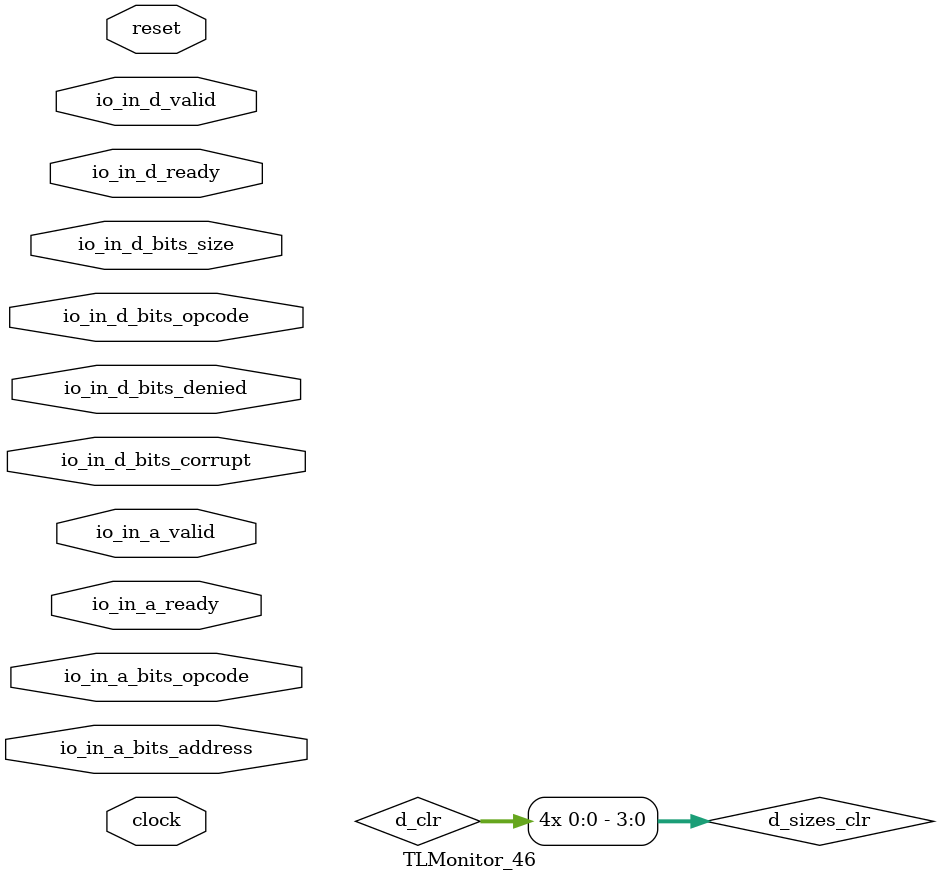
<source format=sv>

`ifndef STOP_COND_
  `ifdef STOP_COND
    `define STOP_COND_ (`STOP_COND)
  `else  // STOP_COND
    `define STOP_COND_ 1
  `endif // STOP_COND
`endif // not def STOP_COND_

// Users can define 'ASSERT_VERBOSE_COND' to add an extra gate to assert error printing.
`ifndef ASSERT_VERBOSE_COND_
  `ifdef ASSERT_VERBOSE_COND
    `define ASSERT_VERBOSE_COND_ (`ASSERT_VERBOSE_COND)
  `else  // ASSERT_VERBOSE_COND
    `define ASSERT_VERBOSE_COND_ 1
  `endif // ASSERT_VERBOSE_COND
`endif // not def ASSERT_VERBOSE_COND_

// Include register initializers in init blocks unless synthesis is set
`ifndef RANDOMIZE
  `ifdef RANDOMIZE_REG_INIT
    `define RANDOMIZE
  `endif // RANDOMIZE_REG_INIT
`endif // not def RANDOMIZE
`ifndef SYNTHESIS
  `ifndef ENABLE_INITIAL_REG_
    `define ENABLE_INITIAL_REG_
  `endif // not def ENABLE_INITIAL_REG_
`endif // not def SYNTHESIS

// Standard header to adapt well known macros for register randomization.

// RANDOM may be set to an expression that produces a 32-bit random unsigned value.
`ifndef RANDOM
  `define RANDOM $random
`endif // not def RANDOM

// Users can define INIT_RANDOM as general code that gets injected into the
// initializer block for modules with registers.
`ifndef INIT_RANDOM
  `define INIT_RANDOM
`endif // not def INIT_RANDOM

// If using random initialization, you can also define RANDOMIZE_DELAY to
// customize the delay used, otherwise 0.002 is used.
`ifndef RANDOMIZE_DELAY
  `define RANDOMIZE_DELAY 0.002
`endif // not def RANDOMIZE_DELAY

// Define INIT_RANDOM_PROLOG_ for use in our modules below.
`ifndef INIT_RANDOM_PROLOG_
  `ifdef RANDOMIZE
    `ifdef VERILATOR
      `define INIT_RANDOM_PROLOG_ `INIT_RANDOM
    `else  // VERILATOR
      `define INIT_RANDOM_PROLOG_ `INIT_RANDOM #`RANDOMIZE_DELAY begin end
    `endif // VERILATOR
  `else  // RANDOMIZE
    `define INIT_RANDOM_PROLOG_
  `endif // RANDOMIZE
`endif // not def INIT_RANDOM_PROLOG_
module TLMonitor_46(	// @[generators/rocket-chip/src/main/scala/tilelink/Monitor.scala:36:7]
  input         clock,	// @[generators/rocket-chip/src/main/scala/tilelink/Monitor.scala:36:7]
  input         reset,	// @[generators/rocket-chip/src/main/scala/tilelink/Monitor.scala:36:7]
  input         io_in_a_ready,	// @[generators/rocket-chip/src/main/scala/tilelink/Monitor.scala:20:14]
  input         io_in_a_valid,	// @[generators/rocket-chip/src/main/scala/tilelink/Monitor.scala:20:14]
  input [2:0]   io_in_a_bits_opcode,	// @[generators/rocket-chip/src/main/scala/tilelink/Monitor.scala:20:14]
  input [127:0] io_in_a_bits_address,	// @[generators/rocket-chip/src/main/scala/tilelink/Monitor.scala:20:14]
  input         io_in_d_ready,	// @[generators/rocket-chip/src/main/scala/tilelink/Monitor.scala:20:14]
  input         io_in_d_valid,	// @[generators/rocket-chip/src/main/scala/tilelink/Monitor.scala:20:14]
  input [2:0]   io_in_d_bits_opcode,	// @[generators/rocket-chip/src/main/scala/tilelink/Monitor.scala:20:14]
  input [1:0]   io_in_d_bits_size,	// @[generators/rocket-chip/src/main/scala/tilelink/Monitor.scala:20:14]
  input         io_in_d_bits_denied,	// @[generators/rocket-chip/src/main/scala/tilelink/Monitor.scala:20:14]
  input         io_in_d_bits_corrupt	// @[generators/rocket-chip/src/main/scala/tilelink/Monitor.scala:20:14]
);

  wire [31:0]  _plusarg_reader_1_out;	// @[generators/rocket-chip/src/main/scala/util/PlusArg.scala:80:11]
  wire [31:0]  _plusarg_reader_out;	// @[generators/rocket-chip/src/main/scala/util/PlusArg.scala:80:11]
  wire         a_first_done = io_in_a_ready & io_in_a_valid;	// @[src/main/scala/chisel3/util/Decoupled.scala:51:35]
  reg          a_first_counter;	// @[generators/rocket-chip/src/main/scala/tilelink/Edges.scala:229:27]
  reg  [2:0]   opcode;	// @[generators/rocket-chip/src/main/scala/tilelink/Monitor.scala:387:22]
  reg  [127:0] address;	// @[generators/rocket-chip/src/main/scala/tilelink/Monitor.scala:391:22]
  reg          d_first_counter;	// @[generators/rocket-chip/src/main/scala/tilelink/Edges.scala:229:27]
  reg  [2:0]   opcode_1;	// @[generators/rocket-chip/src/main/scala/tilelink/Monitor.scala:538:22]
  reg  [1:0]   size_1;	// @[generators/rocket-chip/src/main/scala/tilelink/Monitor.scala:540:22]
  reg          denied;	// @[generators/rocket-chip/src/main/scala/tilelink/Monitor.scala:543:22]
  reg  [1:0]   inflight;	// @[generators/rocket-chip/src/main/scala/tilelink/Monitor.scala:614:27]
  reg  [3:0]   inflight_opcodes;	// @[generators/rocket-chip/src/main/scala/tilelink/Monitor.scala:616:35]
  reg  [3:0]   inflight_sizes;	// @[generators/rocket-chip/src/main/scala/tilelink/Monitor.scala:618:33]
  reg          a_first_counter_1;	// @[generators/rocket-chip/src/main/scala/tilelink/Edges.scala:229:27]
  reg          d_first_counter_1;	// @[generators/rocket-chip/src/main/scala/tilelink/Edges.scala:229:27]
  wire         a_set = a_first_done & ~a_first_counter_1;	// @[generators/rocket-chip/src/main/scala/tilelink/Edges.scala:229:27, :231:25, generators/rocket-chip/src/main/scala/tilelink/Monitor.scala:655:25, src/main/scala/chisel3/util/Decoupled.scala:51:35]
  wire         d_release_ack = io_in_d_bits_opcode == 3'h6;	// @[generators/rocket-chip/src/main/scala/tilelink/Monitor.scala:36:7, :673:46]
  wire         _GEN = io_in_d_bits_opcode != 3'h6;	// @[generators/rocket-chip/src/main/scala/tilelink/Monitor.scala:36:7, :673:46, :674:74]
  reg  [31:0]  watchdog;	// @[generators/rocket-chip/src/main/scala/tilelink/Monitor.scala:709:27]
  reg  [1:0]   inflight_1;	// @[generators/rocket-chip/src/main/scala/tilelink/Monitor.scala:726:35]
  reg  [3:0]   inflight_sizes_1;	// @[generators/rocket-chip/src/main/scala/tilelink/Monitor.scala:728:35]
  reg          d_first_counter_2;	// @[generators/rocket-chip/src/main/scala/tilelink/Edges.scala:229:27]
  reg  [31:0]  watchdog_1;	// @[generators/rocket-chip/src/main/scala/tilelink/Monitor.scala:818:27]
  `ifndef SYNTHESIS	// @[generators/rocket-chip/src/main/scala/tilelink/Monitor.scala:45:11]
    wire [7:0][2:0] _GEN_0 = '{3'h4, 3'h5, 3'h2, 3'h1, 3'h1, 3'h1, 3'h0, 3'h0};
    wire [7:0][2:0] _GEN_1 = '{3'h4, 3'h4, 3'h2, 3'h1, 3'h1, 3'h1, 3'h0, 3'h0};
    wire            _GEN_2 = io_in_a_valid & io_in_a_bits_opcode == 3'h6 & ~reset;	// @[generators/rocket-chip/src/main/scala/tilelink/Monitor.scala:36:7, :45:11, :84:{25,54}]
    wire            _GEN_3 = io_in_a_valid & (&io_in_a_bits_opcode) & ~reset;	// @[generators/rocket-chip/src/main/scala/tilelink/Monitor.scala:45:11, :95:{25,53}]
    wire            _GEN_4 = io_in_a_valid & io_in_a_bits_opcode == 3'h1 & ~reset;	// @[generators/rocket-chip/src/main/scala/tilelink/Monitor.scala:36:7, :45:11, :125:{25,56}]
    wire            _GEN_5 = io_in_a_valid & io_in_a_bits_opcode == 3'h2 & ~reset;	// @[generators/rocket-chip/src/main/scala/tilelink/Monitor.scala:36:7, :45:11, :133:{25,56}]
    wire            _GEN_6 = io_in_a_valid & io_in_a_bits_opcode == 3'h3 & ~reset;	// @[generators/rocket-chip/src/main/scala/tilelink/Monitor.scala:36:7, :45:11, :141:{25,53}]
    wire            _GEN_7 = io_in_a_valid & io_in_a_bits_opcode == 3'h5 & ~reset;	// @[generators/rocket-chip/src/main/scala/tilelink/Monitor.scala:36:7, :45:11, :149:{25,46}]
    wire            _GEN_8 = io_in_d_valid & io_in_d_bits_opcode == 3'h6 & ~reset;	// @[generators/rocket-chip/src/main/scala/tilelink/Monitor.scala:36:7, :45:11, :52:11, :313:{25,52}]
    wire            _GEN_9 = io_in_d_valid & io_in_d_bits_opcode == 3'h4 & ~reset;	// @[generators/rocket-chip/src/main/scala/tilelink/Monitor.scala:36:7, :45:11, :52:11, :321:{25,47}]
    wire            _GEN_10 = io_in_d_valid & io_in_d_bits_opcode == 3'h5 & ~reset;	// @[generators/rocket-chip/src/main/scala/tilelink/Monitor.scala:36:7, :45:11, :52:11, :331:{25,51}]
    wire            _GEN_11 = ~io_in_d_bits_denied | io_in_d_bits_corrupt;	// @[generators/rocket-chip/src/main/scala/tilelink/Monitor.scala:337:{15,30}]
    wire            _GEN_12 = io_in_a_valid & a_first_counter & ~reset;	// @[generators/rocket-chip/src/main/scala/tilelink/Edges.scala:229:27, generators/rocket-chip/src/main/scala/tilelink/Monitor.scala:45:11, :392:19]
    wire            _GEN_13 = io_in_d_valid & d_first_counter & ~reset;	// @[generators/rocket-chip/src/main/scala/tilelink/Edges.scala:229:27, generators/rocket-chip/src/main/scala/tilelink/Monitor.scala:45:11, :52:11, :544:19]
    wire            _same_cycle_resp_T_1 = io_in_a_valid & ~a_first_counter_1;	// @[generators/rocket-chip/src/main/scala/tilelink/Edges.scala:229:27, :231:25, generators/rocket-chip/src/main/scala/tilelink/Monitor.scala:651:26]
    wire            _GEN_14 = io_in_d_valid & ~d_first_counter_1;	// @[generators/rocket-chip/src/main/scala/tilelink/Edges.scala:229:27, :231:25, generators/rocket-chip/src/main/scala/tilelink/Monitor.scala:674:26]
    wire            _GEN_15 = _GEN_14 & _GEN;	// @[generators/rocket-chip/src/main/scala/tilelink/Monitor.scala:673:46, :674:{26,74}, :683:71]
    wire            _GEN_16 = _GEN_15 & _same_cycle_resp_T_1 & ~reset;	// @[generators/rocket-chip/src/main/scala/tilelink/Monitor.scala:45:11, :52:11, :651:26, :683:71, :687:30]
    wire            _GEN_17 = _GEN_15 & ~_same_cycle_resp_T_1 & ~reset;	// @[generators/rocket-chip/src/main/scala/tilelink/Monitor.scala:45:11, :52:11, :651:26, :683:71, :687:30]
    wire [3:0]      _GEN_18 = {2'h0, io_in_d_bits_size};	// @[generators/rocket-chip/src/main/scala/tilelink/Monitor.scala:52:11, :694:36]
    wire            _GEN_19 = io_in_d_valid & ~d_first_counter_2 & d_release_ack & ~reset;	// @[generators/rocket-chip/src/main/scala/tilelink/Edges.scala:229:27, :231:25, generators/rocket-chip/src/main/scala/tilelink/Monitor.scala:45:11, :52:11, :673:46, :784:26, :794:71]
    always @(posedge clock) begin	// @[generators/rocket-chip/src/main/scala/tilelink/Monitor.scala:45:11]
      if (_GEN_2) begin	// @[generators/rocket-chip/src/main/scala/tilelink/Monitor.scala:45:11, :84:54]
        if (`ASSERT_VERBOSE_COND_)	// @[generators/rocket-chip/src/main/scala/tilelink/Monitor.scala:45:11]
          $error("Assertion failed: 'A' channel carries AcquireBlock type which is unexpected using diplomatic parameters (connected at generators/rocket-chip/src/main/scala/devices/tilelink/BusBypass.scala:33:14)\n    at Monitor.scala:45 assert(cond, message)\n");	// @[generators/rocket-chip/src/main/scala/tilelink/Monitor.scala:45:11]
        if (`STOP_COND_)	// @[generators/rocket-chip/src/main/scala/tilelink/Monitor.scala:45:11]
          $fatal;	// @[generators/rocket-chip/src/main/scala/tilelink/Monitor.scala:45:11]
        if (`ASSERT_VERBOSE_COND_)	// @[generators/rocket-chip/src/main/scala/tilelink/Monitor.scala:45:11]
          $error("Assertion failed: 'A' channel carries AcquireBlock from a client which does not support Probe (connected at generators/rocket-chip/src/main/scala/devices/tilelink/BusBypass.scala:33:14)\n    at Monitor.scala:45 assert(cond, message)\n");	// @[generators/rocket-chip/src/main/scala/tilelink/Monitor.scala:45:11]
        if (`STOP_COND_)	// @[generators/rocket-chip/src/main/scala/tilelink/Monitor.scala:45:11]
          $fatal;	// @[generators/rocket-chip/src/main/scala/tilelink/Monitor.scala:45:11]
      end
      if (_GEN_2 & (|(io_in_a_bits_address[1:0]))) begin	// @[generators/rocket-chip/src/main/scala/tilelink/Edges.scala:21:{16,24}, generators/rocket-chip/src/main/scala/tilelink/Monitor.scala:45:11, :84:54]
        if (`ASSERT_VERBOSE_COND_)	// @[generators/rocket-chip/src/main/scala/tilelink/Monitor.scala:45:11]
          $error("Assertion failed: 'A' channel AcquireBlock address not aligned to size (connected at generators/rocket-chip/src/main/scala/devices/tilelink/BusBypass.scala:33:14)\n    at Monitor.scala:45 assert(cond, message)\n");	// @[generators/rocket-chip/src/main/scala/tilelink/Monitor.scala:45:11]
        if (`STOP_COND_)	// @[generators/rocket-chip/src/main/scala/tilelink/Monitor.scala:45:11]
          $fatal;	// @[generators/rocket-chip/src/main/scala/tilelink/Monitor.scala:45:11]
      end
      if (_GEN_3) begin	// @[generators/rocket-chip/src/main/scala/tilelink/Monitor.scala:45:11, :95:53]
        if (`ASSERT_VERBOSE_COND_)	// @[generators/rocket-chip/src/main/scala/tilelink/Monitor.scala:45:11]
          $error("Assertion failed: 'A' channel carries AcquirePerm type which is unexpected using diplomatic parameters (connected at generators/rocket-chip/src/main/scala/devices/tilelink/BusBypass.scala:33:14)\n    at Monitor.scala:45 assert(cond, message)\n");	// @[generators/rocket-chip/src/main/scala/tilelink/Monitor.scala:45:11]
        if (`STOP_COND_)	// @[generators/rocket-chip/src/main/scala/tilelink/Monitor.scala:45:11]
          $fatal;	// @[generators/rocket-chip/src/main/scala/tilelink/Monitor.scala:45:11]
        if (`ASSERT_VERBOSE_COND_)	// @[generators/rocket-chip/src/main/scala/tilelink/Monitor.scala:45:11]
          $error("Assertion failed: 'A' channel carries AcquirePerm from a client which does not support Probe (connected at generators/rocket-chip/src/main/scala/devices/tilelink/BusBypass.scala:33:14)\n    at Monitor.scala:45 assert(cond, message)\n");	// @[generators/rocket-chip/src/main/scala/tilelink/Monitor.scala:45:11]
        if (`STOP_COND_)	// @[generators/rocket-chip/src/main/scala/tilelink/Monitor.scala:45:11]
          $fatal;	// @[generators/rocket-chip/src/main/scala/tilelink/Monitor.scala:45:11]
      end
      if (_GEN_3 & (|(io_in_a_bits_address[1:0]))) begin	// @[generators/rocket-chip/src/main/scala/tilelink/Edges.scala:21:{16,24}, generators/rocket-chip/src/main/scala/tilelink/Monitor.scala:45:11, :95:53]
        if (`ASSERT_VERBOSE_COND_)	// @[generators/rocket-chip/src/main/scala/tilelink/Monitor.scala:45:11]
          $error("Assertion failed: 'A' channel AcquirePerm address not aligned to size (connected at generators/rocket-chip/src/main/scala/devices/tilelink/BusBypass.scala:33:14)\n    at Monitor.scala:45 assert(cond, message)\n");	// @[generators/rocket-chip/src/main/scala/tilelink/Monitor.scala:45:11]
        if (`STOP_COND_)	// @[generators/rocket-chip/src/main/scala/tilelink/Monitor.scala:45:11]
          $fatal;	// @[generators/rocket-chip/src/main/scala/tilelink/Monitor.scala:45:11]
      end
      if (_GEN_3) begin	// @[generators/rocket-chip/src/main/scala/tilelink/Monitor.scala:45:11, :95:53]
        if (`ASSERT_VERBOSE_COND_)	// @[generators/rocket-chip/src/main/scala/tilelink/Monitor.scala:45:11]
          $error("Assertion failed: 'A' channel AcquirePerm requests NtoB (connected at generators/rocket-chip/src/main/scala/devices/tilelink/BusBypass.scala:33:14)\n    at Monitor.scala:45 assert(cond, message)\n");	// @[generators/rocket-chip/src/main/scala/tilelink/Monitor.scala:45:11]
        if (`STOP_COND_)	// @[generators/rocket-chip/src/main/scala/tilelink/Monitor.scala:45:11]
          $fatal;	// @[generators/rocket-chip/src/main/scala/tilelink/Monitor.scala:45:11]
      end
      if (io_in_a_valid & io_in_a_bits_opcode == 3'h4 & ~reset & (|(io_in_a_bits_address[1:0]))) begin	// @[generators/rocket-chip/src/main/scala/tilelink/Edges.scala:21:{16,24}, generators/rocket-chip/src/main/scala/tilelink/Monitor.scala:36:7, :45:11, :107:{25,45}]
        if (`ASSERT_VERBOSE_COND_)	// @[generators/rocket-chip/src/main/scala/tilelink/Monitor.scala:45:11]
          $error("Assertion failed: 'A' channel Get address not aligned to size (connected at generators/rocket-chip/src/main/scala/devices/tilelink/BusBypass.scala:33:14)\n    at Monitor.scala:45 assert(cond, message)\n");	// @[generators/rocket-chip/src/main/scala/tilelink/Monitor.scala:45:11]
        if (`STOP_COND_)	// @[generators/rocket-chip/src/main/scala/tilelink/Monitor.scala:45:11]
          $fatal;	// @[generators/rocket-chip/src/main/scala/tilelink/Monitor.scala:45:11]
      end
      if (io_in_a_valid & io_in_a_bits_opcode == 3'h0 & ~reset & (|(io_in_a_bits_address[1:0]))) begin	// @[generators/rocket-chip/src/main/scala/tilelink/Edges.scala:21:{16,24}, generators/rocket-chip/src/main/scala/tilelink/Monitor.scala:36:7, :45:11, :117:{25,53}]
        if (`ASSERT_VERBOSE_COND_)	// @[generators/rocket-chip/src/main/scala/tilelink/Monitor.scala:45:11]
          $error("Assertion failed: 'A' channel PutFull address not aligned to size (connected at generators/rocket-chip/src/main/scala/devices/tilelink/BusBypass.scala:33:14)\n    at Monitor.scala:45 assert(cond, message)\n");	// @[generators/rocket-chip/src/main/scala/tilelink/Monitor.scala:45:11]
        if (`STOP_COND_)	// @[generators/rocket-chip/src/main/scala/tilelink/Monitor.scala:45:11]
          $fatal;	// @[generators/rocket-chip/src/main/scala/tilelink/Monitor.scala:45:11]
      end
      if (_GEN_4) begin	// @[generators/rocket-chip/src/main/scala/tilelink/Monitor.scala:45:11, :125:56]
        if (`ASSERT_VERBOSE_COND_)	// @[generators/rocket-chip/src/main/scala/tilelink/Monitor.scala:45:11]
          $error("Assertion failed: 'A' channel carries PutPartial type which is unexpected using diplomatic parameters (connected at generators/rocket-chip/src/main/scala/devices/tilelink/BusBypass.scala:33:14)\n    at Monitor.scala:45 assert(cond, message)\n");	// @[generators/rocket-chip/src/main/scala/tilelink/Monitor.scala:45:11]
        if (`STOP_COND_)	// @[generators/rocket-chip/src/main/scala/tilelink/Monitor.scala:45:11]
          $fatal;	// @[generators/rocket-chip/src/main/scala/tilelink/Monitor.scala:45:11]
      end
      if (_GEN_4 & (|(io_in_a_bits_address[1:0]))) begin	// @[generators/rocket-chip/src/main/scala/tilelink/Edges.scala:21:{16,24}, generators/rocket-chip/src/main/scala/tilelink/Monitor.scala:45:11, :125:56]
        if (`ASSERT_VERBOSE_COND_)	// @[generators/rocket-chip/src/main/scala/tilelink/Monitor.scala:45:11]
          $error("Assertion failed: 'A' channel PutPartial address not aligned to size (connected at generators/rocket-chip/src/main/scala/devices/tilelink/BusBypass.scala:33:14)\n    at Monitor.scala:45 assert(cond, message)\n");	// @[generators/rocket-chip/src/main/scala/tilelink/Monitor.scala:45:11]
        if (`STOP_COND_)	// @[generators/rocket-chip/src/main/scala/tilelink/Monitor.scala:45:11]
          $fatal;	// @[generators/rocket-chip/src/main/scala/tilelink/Monitor.scala:45:11]
      end
      if (_GEN_5) begin	// @[generators/rocket-chip/src/main/scala/tilelink/Monitor.scala:45:11, :133:56]
        if (`ASSERT_VERBOSE_COND_)	// @[generators/rocket-chip/src/main/scala/tilelink/Monitor.scala:45:11]
          $error("Assertion failed: 'A' channel carries Arithmetic type which is unexpected using diplomatic parameters (connected at generators/rocket-chip/src/main/scala/devices/tilelink/BusBypass.scala:33:14)\n    at Monitor.scala:45 assert(cond, message)\n");	// @[generators/rocket-chip/src/main/scala/tilelink/Monitor.scala:45:11]
        if (`STOP_COND_)	// @[generators/rocket-chip/src/main/scala/tilelink/Monitor.scala:45:11]
          $fatal;	// @[generators/rocket-chip/src/main/scala/tilelink/Monitor.scala:45:11]
      end
      if (_GEN_5 & (|(io_in_a_bits_address[1:0]))) begin	// @[generators/rocket-chip/src/main/scala/tilelink/Edges.scala:21:{16,24}, generators/rocket-chip/src/main/scala/tilelink/Monitor.scala:45:11, :133:56]
        if (`ASSERT_VERBOSE_COND_)	// @[generators/rocket-chip/src/main/scala/tilelink/Monitor.scala:45:11]
          $error("Assertion failed: 'A' channel Arithmetic address not aligned to size (connected at generators/rocket-chip/src/main/scala/devices/tilelink/BusBypass.scala:33:14)\n    at Monitor.scala:45 assert(cond, message)\n");	// @[generators/rocket-chip/src/main/scala/tilelink/Monitor.scala:45:11]
        if (`STOP_COND_)	// @[generators/rocket-chip/src/main/scala/tilelink/Monitor.scala:45:11]
          $fatal;	// @[generators/rocket-chip/src/main/scala/tilelink/Monitor.scala:45:11]
      end
      if (_GEN_6) begin	// @[generators/rocket-chip/src/main/scala/tilelink/Monitor.scala:45:11, :141:53]
        if (`ASSERT_VERBOSE_COND_)	// @[generators/rocket-chip/src/main/scala/tilelink/Monitor.scala:45:11]
          $error("Assertion failed: 'A' channel carries Logical type which is unexpected using diplomatic parameters (connected at generators/rocket-chip/src/main/scala/devices/tilelink/BusBypass.scala:33:14)\n    at Monitor.scala:45 assert(cond, message)\n");	// @[generators/rocket-chip/src/main/scala/tilelink/Monitor.scala:45:11]
        if (`STOP_COND_)	// @[generators/rocket-chip/src/main/scala/tilelink/Monitor.scala:45:11]
          $fatal;	// @[generators/rocket-chip/src/main/scala/tilelink/Monitor.scala:45:11]
      end
      if (_GEN_6 & (|(io_in_a_bits_address[1:0]))) begin	// @[generators/rocket-chip/src/main/scala/tilelink/Edges.scala:21:{16,24}, generators/rocket-chip/src/main/scala/tilelink/Monitor.scala:45:11, :141:53]
        if (`ASSERT_VERBOSE_COND_)	// @[generators/rocket-chip/src/main/scala/tilelink/Monitor.scala:45:11]
          $error("Assertion failed: 'A' channel Logical address not aligned to size (connected at generators/rocket-chip/src/main/scala/devices/tilelink/BusBypass.scala:33:14)\n    at Monitor.scala:45 assert(cond, message)\n");	// @[generators/rocket-chip/src/main/scala/tilelink/Monitor.scala:45:11]
        if (`STOP_COND_)	// @[generators/rocket-chip/src/main/scala/tilelink/Monitor.scala:45:11]
          $fatal;	// @[generators/rocket-chip/src/main/scala/tilelink/Monitor.scala:45:11]
      end
      if (_GEN_7) begin	// @[generators/rocket-chip/src/main/scala/tilelink/Monitor.scala:45:11, :149:46]
        if (`ASSERT_VERBOSE_COND_)	// @[generators/rocket-chip/src/main/scala/tilelink/Monitor.scala:45:11]
          $error("Assertion failed: 'A' channel carries Hint type which is unexpected using diplomatic parameters (connected at generators/rocket-chip/src/main/scala/devices/tilelink/BusBypass.scala:33:14)\n    at Monitor.scala:45 assert(cond, message)\n");	// @[generators/rocket-chip/src/main/scala/tilelink/Monitor.scala:45:11]
        if (`STOP_COND_)	// @[generators/rocket-chip/src/main/scala/tilelink/Monitor.scala:45:11]
          $fatal;	// @[generators/rocket-chip/src/main/scala/tilelink/Monitor.scala:45:11]
      end
      if (_GEN_7 & (|(io_in_a_bits_address[1:0]))) begin	// @[generators/rocket-chip/src/main/scala/tilelink/Edges.scala:21:{16,24}, generators/rocket-chip/src/main/scala/tilelink/Monitor.scala:45:11, :149:46]
        if (`ASSERT_VERBOSE_COND_)	// @[generators/rocket-chip/src/main/scala/tilelink/Monitor.scala:45:11]
          $error("Assertion failed: 'A' channel Hint address not aligned to size (connected at generators/rocket-chip/src/main/scala/devices/tilelink/BusBypass.scala:33:14)\n    at Monitor.scala:45 assert(cond, message)\n");	// @[generators/rocket-chip/src/main/scala/tilelink/Monitor.scala:45:11]
        if (`STOP_COND_)	// @[generators/rocket-chip/src/main/scala/tilelink/Monitor.scala:45:11]
          $fatal;	// @[generators/rocket-chip/src/main/scala/tilelink/Monitor.scala:45:11]
      end
      if (io_in_d_valid & ~reset & (&io_in_d_bits_opcode)) begin	// @[generators/rocket-chip/src/main/scala/tilelink/Bundles.scala:45:24, generators/rocket-chip/src/main/scala/tilelink/Monitor.scala:45:11, :52:11]
        if (`ASSERT_VERBOSE_COND_)	// @[generators/rocket-chip/src/main/scala/tilelink/Monitor.scala:52:11]
          $error("Assertion failed: 'D' channel has invalid opcode (connected at generators/rocket-chip/src/main/scala/devices/tilelink/BusBypass.scala:33:14)\n    at Monitor.scala:52 assert(cond, message)\n");	// @[generators/rocket-chip/src/main/scala/tilelink/Monitor.scala:52:11]
        if (`STOP_COND_)	// @[generators/rocket-chip/src/main/scala/tilelink/Monitor.scala:52:11]
          $fatal;	// @[generators/rocket-chip/src/main/scala/tilelink/Monitor.scala:52:11]
      end
      if (_GEN_8 & ~(io_in_d_bits_size[1])) begin	// @[generators/rocket-chip/src/main/scala/tilelink/Monitor.scala:52:11, :313:52, :315:27]
        if (`ASSERT_VERBOSE_COND_)	// @[generators/rocket-chip/src/main/scala/tilelink/Monitor.scala:52:11]
          $error("Assertion failed: 'D' channel ReleaseAck smaller than a beat (connected at generators/rocket-chip/src/main/scala/devices/tilelink/BusBypass.scala:33:14)\n    at Monitor.scala:52 assert(cond, message)\n");	// @[generators/rocket-chip/src/main/scala/tilelink/Monitor.scala:52:11]
        if (`STOP_COND_)	// @[generators/rocket-chip/src/main/scala/tilelink/Monitor.scala:52:11]
          $fatal;	// @[generators/rocket-chip/src/main/scala/tilelink/Monitor.scala:52:11]
      end
      if (_GEN_8 & io_in_d_bits_corrupt) begin	// @[generators/rocket-chip/src/main/scala/tilelink/Monitor.scala:52:11, :313:52]
        if (`ASSERT_VERBOSE_COND_)	// @[generators/rocket-chip/src/main/scala/tilelink/Monitor.scala:52:11]
          $error("Assertion failed: 'D' channel ReleaseAck is corrupt (connected at generators/rocket-chip/src/main/scala/devices/tilelink/BusBypass.scala:33:14)\n    at Monitor.scala:52 assert(cond, message)\n");	// @[generators/rocket-chip/src/main/scala/tilelink/Monitor.scala:52:11]
        if (`STOP_COND_)	// @[generators/rocket-chip/src/main/scala/tilelink/Monitor.scala:52:11]
          $fatal;	// @[generators/rocket-chip/src/main/scala/tilelink/Monitor.scala:52:11]
      end
      if (_GEN_8 & io_in_d_bits_denied) begin	// @[generators/rocket-chip/src/main/scala/tilelink/Monitor.scala:52:11, :313:52]
        if (`ASSERT_VERBOSE_COND_)	// @[generators/rocket-chip/src/main/scala/tilelink/Monitor.scala:52:11]
          $error("Assertion failed: 'D' channel ReleaseAck is denied (connected at generators/rocket-chip/src/main/scala/devices/tilelink/BusBypass.scala:33:14)\n    at Monitor.scala:52 assert(cond, message)\n");	// @[generators/rocket-chip/src/main/scala/tilelink/Monitor.scala:52:11]
        if (`STOP_COND_)	// @[generators/rocket-chip/src/main/scala/tilelink/Monitor.scala:52:11]
          $fatal;	// @[generators/rocket-chip/src/main/scala/tilelink/Monitor.scala:52:11]
      end
      if (_GEN_9 & ~(io_in_d_bits_size[1])) begin	// @[generators/rocket-chip/src/main/scala/tilelink/Monitor.scala:52:11, :315:27, :321:47]
        if (`ASSERT_VERBOSE_COND_)	// @[generators/rocket-chip/src/main/scala/tilelink/Monitor.scala:52:11]
          $error("Assertion failed: 'D' channel Grant smaller than a beat (connected at generators/rocket-chip/src/main/scala/devices/tilelink/BusBypass.scala:33:14)\n    at Monitor.scala:52 assert(cond, message)\n");	// @[generators/rocket-chip/src/main/scala/tilelink/Monitor.scala:52:11]
        if (`STOP_COND_)	// @[generators/rocket-chip/src/main/scala/tilelink/Monitor.scala:52:11]
          $fatal;	// @[generators/rocket-chip/src/main/scala/tilelink/Monitor.scala:52:11]
      end
      if (_GEN_9 & io_in_d_bits_corrupt) begin	// @[generators/rocket-chip/src/main/scala/tilelink/Monitor.scala:52:11, :321:47]
        if (`ASSERT_VERBOSE_COND_)	// @[generators/rocket-chip/src/main/scala/tilelink/Monitor.scala:52:11]
          $error("Assertion failed: 'D' channel Grant is corrupt (connected at generators/rocket-chip/src/main/scala/devices/tilelink/BusBypass.scala:33:14)\n    at Monitor.scala:52 assert(cond, message)\n");	// @[generators/rocket-chip/src/main/scala/tilelink/Monitor.scala:52:11]
        if (`STOP_COND_)	// @[generators/rocket-chip/src/main/scala/tilelink/Monitor.scala:52:11]
          $fatal;	// @[generators/rocket-chip/src/main/scala/tilelink/Monitor.scala:52:11]
      end
      if (_GEN_10 & ~(io_in_d_bits_size[1])) begin	// @[generators/rocket-chip/src/main/scala/tilelink/Monitor.scala:52:11, :315:27, :331:51]
        if (`ASSERT_VERBOSE_COND_)	// @[generators/rocket-chip/src/main/scala/tilelink/Monitor.scala:52:11]
          $error("Assertion failed: 'D' channel GrantData smaller than a beat (connected at generators/rocket-chip/src/main/scala/devices/tilelink/BusBypass.scala:33:14)\n    at Monitor.scala:52 assert(cond, message)\n");	// @[generators/rocket-chip/src/main/scala/tilelink/Monitor.scala:52:11]
        if (`STOP_COND_)	// @[generators/rocket-chip/src/main/scala/tilelink/Monitor.scala:52:11]
          $fatal;	// @[generators/rocket-chip/src/main/scala/tilelink/Monitor.scala:52:11]
      end
      if (_GEN_10 & ~_GEN_11) begin	// @[generators/rocket-chip/src/main/scala/tilelink/Monitor.scala:52:11, :331:51, :337:30]
        if (`ASSERT_VERBOSE_COND_)	// @[generators/rocket-chip/src/main/scala/tilelink/Monitor.scala:52:11]
          $error("Assertion failed: 'D' channel GrantData is denied but not corrupt (connected at generators/rocket-chip/src/main/scala/devices/tilelink/BusBypass.scala:33:14)\n    at Monitor.scala:52 assert(cond, message)\n");	// @[generators/rocket-chip/src/main/scala/tilelink/Monitor.scala:52:11]
        if (`STOP_COND_)	// @[generators/rocket-chip/src/main/scala/tilelink/Monitor.scala:52:11]
          $fatal;	// @[generators/rocket-chip/src/main/scala/tilelink/Monitor.scala:52:11]
      end
      if (io_in_d_valid & io_in_d_bits_opcode == 3'h0 & ~reset & io_in_d_bits_corrupt) begin	// @[generators/rocket-chip/src/main/scala/tilelink/Monitor.scala:36:7, :45:11, :52:11, :341:{25,51}]
        if (`ASSERT_VERBOSE_COND_)	// @[generators/rocket-chip/src/main/scala/tilelink/Monitor.scala:52:11]
          $error("Assertion failed: 'D' channel AccessAck is corrupt (connected at generators/rocket-chip/src/main/scala/devices/tilelink/BusBypass.scala:33:14)\n    at Monitor.scala:52 assert(cond, message)\n");	// @[generators/rocket-chip/src/main/scala/tilelink/Monitor.scala:52:11]
        if (`STOP_COND_)	// @[generators/rocket-chip/src/main/scala/tilelink/Monitor.scala:52:11]
          $fatal;	// @[generators/rocket-chip/src/main/scala/tilelink/Monitor.scala:52:11]
      end
      if (io_in_d_valid & io_in_d_bits_opcode == 3'h1 & ~reset & ~_GEN_11) begin	// @[generators/rocket-chip/src/main/scala/tilelink/Monitor.scala:36:7, :45:11, :52:11, :337:30, :349:{25,55}]
        if (`ASSERT_VERBOSE_COND_)	// @[generators/rocket-chip/src/main/scala/tilelink/Monitor.scala:52:11]
          $error("Assertion failed: 'D' channel AccessAckData is denied but not corrupt (connected at generators/rocket-chip/src/main/scala/devices/tilelink/BusBypass.scala:33:14)\n    at Monitor.scala:52 assert(cond, message)\n");	// @[generators/rocket-chip/src/main/scala/tilelink/Monitor.scala:52:11]
        if (`STOP_COND_)	// @[generators/rocket-chip/src/main/scala/tilelink/Monitor.scala:52:11]
          $fatal;	// @[generators/rocket-chip/src/main/scala/tilelink/Monitor.scala:52:11]
      end
      if (io_in_d_valid & io_in_d_bits_opcode == 3'h2 & ~reset & io_in_d_bits_corrupt) begin	// @[generators/rocket-chip/src/main/scala/tilelink/Monitor.scala:36:7, :45:11, :52:11, :357:{25,49}]
        if (`ASSERT_VERBOSE_COND_)	// @[generators/rocket-chip/src/main/scala/tilelink/Monitor.scala:52:11]
          $error("Assertion failed: 'D' channel HintAck is corrupt (connected at generators/rocket-chip/src/main/scala/devices/tilelink/BusBypass.scala:33:14)\n    at Monitor.scala:52 assert(cond, message)\n");	// @[generators/rocket-chip/src/main/scala/tilelink/Monitor.scala:52:11]
        if (`STOP_COND_)	// @[generators/rocket-chip/src/main/scala/tilelink/Monitor.scala:52:11]
          $fatal;	// @[generators/rocket-chip/src/main/scala/tilelink/Monitor.scala:52:11]
      end
      if (_GEN_12 & io_in_a_bits_opcode != opcode) begin	// @[generators/rocket-chip/src/main/scala/tilelink/Monitor.scala:45:11, :387:22, :392:19, :393:32]
        if (`ASSERT_VERBOSE_COND_)	// @[generators/rocket-chip/src/main/scala/tilelink/Monitor.scala:45:11]
          $error("Assertion failed: 'A' channel opcode changed within multibeat operation (connected at generators/rocket-chip/src/main/scala/devices/tilelink/BusBypass.scala:33:14)\n    at Monitor.scala:45 assert(cond, message)\n");	// @[generators/rocket-chip/src/main/scala/tilelink/Monitor.scala:45:11]
        if (`STOP_COND_)	// @[generators/rocket-chip/src/main/scala/tilelink/Monitor.scala:45:11]
          $fatal;	// @[generators/rocket-chip/src/main/scala/tilelink/Monitor.scala:45:11]
      end
      if (_GEN_12 & io_in_a_bits_address != address) begin	// @[generators/rocket-chip/src/main/scala/tilelink/Monitor.scala:45:11, :391:22, :392:19, :397:32]
        if (`ASSERT_VERBOSE_COND_)	// @[generators/rocket-chip/src/main/scala/tilelink/Monitor.scala:45:11]
          $error("Assertion failed: 'A' channel address changed with multibeat operation (connected at generators/rocket-chip/src/main/scala/devices/tilelink/BusBypass.scala:33:14)\n    at Monitor.scala:45 assert(cond, message)\n");	// @[generators/rocket-chip/src/main/scala/tilelink/Monitor.scala:45:11]
        if (`STOP_COND_)	// @[generators/rocket-chip/src/main/scala/tilelink/Monitor.scala:45:11]
          $fatal;	// @[generators/rocket-chip/src/main/scala/tilelink/Monitor.scala:45:11]
      end
      if (_GEN_13 & io_in_d_bits_opcode != opcode_1) begin	// @[generators/rocket-chip/src/main/scala/tilelink/Monitor.scala:52:11, :538:22, :544:19, :545:29]
        if (`ASSERT_VERBOSE_COND_)	// @[generators/rocket-chip/src/main/scala/tilelink/Monitor.scala:52:11]
          $error("Assertion failed: 'D' channel opcode changed within multibeat operation (connected at generators/rocket-chip/src/main/scala/devices/tilelink/BusBypass.scala:33:14)\n    at Monitor.scala:52 assert(cond, message)\n");	// @[generators/rocket-chip/src/main/scala/tilelink/Monitor.scala:52:11]
        if (`STOP_COND_)	// @[generators/rocket-chip/src/main/scala/tilelink/Monitor.scala:52:11]
          $fatal;	// @[generators/rocket-chip/src/main/scala/tilelink/Monitor.scala:52:11]
      end
      if (_GEN_13 & io_in_d_bits_size != size_1) begin	// @[generators/rocket-chip/src/main/scala/tilelink/Monitor.scala:52:11, :540:22, :544:19, :547:29]
        if (`ASSERT_VERBOSE_COND_)	// @[generators/rocket-chip/src/main/scala/tilelink/Monitor.scala:52:11]
          $error("Assertion failed: 'D' channel size changed within multibeat operation (connected at generators/rocket-chip/src/main/scala/devices/tilelink/BusBypass.scala:33:14)\n    at Monitor.scala:52 assert(cond, message)\n");	// @[generators/rocket-chip/src/main/scala/tilelink/Monitor.scala:52:11]
        if (`STOP_COND_)	// @[generators/rocket-chip/src/main/scala/tilelink/Monitor.scala:52:11]
          $fatal;	// @[generators/rocket-chip/src/main/scala/tilelink/Monitor.scala:52:11]
      end
      if (_GEN_13 & io_in_d_bits_denied != denied) begin	// @[generators/rocket-chip/src/main/scala/tilelink/Monitor.scala:52:11, :543:22, :544:19, :550:29]
        if (`ASSERT_VERBOSE_COND_)	// @[generators/rocket-chip/src/main/scala/tilelink/Monitor.scala:52:11]
          $error("Assertion failed: 'D' channel denied changed with multibeat operation (connected at generators/rocket-chip/src/main/scala/devices/tilelink/BusBypass.scala:33:14)\n    at Monitor.scala:52 assert(cond, message)\n");	// @[generators/rocket-chip/src/main/scala/tilelink/Monitor.scala:52:11]
        if (`STOP_COND_)	// @[generators/rocket-chip/src/main/scala/tilelink/Monitor.scala:52:11]
          $fatal;	// @[generators/rocket-chip/src/main/scala/tilelink/Monitor.scala:52:11]
      end
      if (a_set & ~reset & inflight[0]) begin	// @[generators/rocket-chip/src/main/scala/tilelink/Monitor.scala:45:11, :614:27, :655:25, :661:26]
        if (`ASSERT_VERBOSE_COND_)	// @[generators/rocket-chip/src/main/scala/tilelink/Monitor.scala:45:11]
          $error("Assertion failed: 'A' channel re-used a source ID (connected at generators/rocket-chip/src/main/scala/devices/tilelink/BusBypass.scala:33:14)\n    at Monitor.scala:45 assert(cond, message)\n");	// @[generators/rocket-chip/src/main/scala/tilelink/Monitor.scala:45:11]
        if (`STOP_COND_)	// @[generators/rocket-chip/src/main/scala/tilelink/Monitor.scala:45:11]
          $fatal;	// @[generators/rocket-chip/src/main/scala/tilelink/Monitor.scala:45:11]
      end
      if (_GEN_15 & ~reset & ~(inflight[0] | _same_cycle_resp_T_1)) begin	// @[generators/rocket-chip/src/main/scala/tilelink/Monitor.scala:45:11, :52:11, :614:27, :651:26, :661:26, :683:71, :685:49]
        if (`ASSERT_VERBOSE_COND_)	// @[generators/rocket-chip/src/main/scala/tilelink/Monitor.scala:52:11]
          $error("Assertion failed: 'D' channel acknowledged for nothing inflight (connected at generators/rocket-chip/src/main/scala/devices/tilelink/BusBypass.scala:33:14)\n    at Monitor.scala:52 assert(cond, message)\n");	// @[generators/rocket-chip/src/main/scala/tilelink/Monitor.scala:52:11]
        if (`STOP_COND_)	// @[generators/rocket-chip/src/main/scala/tilelink/Monitor.scala:52:11]
          $fatal;	// @[generators/rocket-chip/src/main/scala/tilelink/Monitor.scala:52:11]
      end
      if (_GEN_16 & ~(io_in_d_bits_opcode == _GEN_1[io_in_a_bits_opcode] | io_in_d_bits_opcode == _GEN_0[io_in_a_bits_opcode])) begin	// @[generators/rocket-chip/src/main/scala/tilelink/Monitor.scala:52:11, :687:30, :688:{38,77}, :689:39]
        if (`ASSERT_VERBOSE_COND_)	// @[generators/rocket-chip/src/main/scala/tilelink/Monitor.scala:52:11]
          $error("Assertion failed: 'D' channel contains improper opcode response (connected at generators/rocket-chip/src/main/scala/devices/tilelink/BusBypass.scala:33:14)\n    at Monitor.scala:52 assert(cond, message)\n");	// @[generators/rocket-chip/src/main/scala/tilelink/Monitor.scala:52:11]
        if (`STOP_COND_)	// @[generators/rocket-chip/src/main/scala/tilelink/Monitor.scala:52:11]
          $fatal;	// @[generators/rocket-chip/src/main/scala/tilelink/Monitor.scala:52:11]
      end
      if (_GEN_16 & io_in_d_bits_size != 2'h2) begin	// @[generators/rocket-chip/src/main/scala/tilelink/Monitor.scala:52:11, :687:30, :690:36]
        if (`ASSERT_VERBOSE_COND_)	// @[generators/rocket-chip/src/main/scala/tilelink/Monitor.scala:52:11]
          $error("Assertion failed: 'D' channel contains improper response size (connected at generators/rocket-chip/src/main/scala/devices/tilelink/BusBypass.scala:33:14)\n    at Monitor.scala:52 assert(cond, message)\n");	// @[generators/rocket-chip/src/main/scala/tilelink/Monitor.scala:52:11]
        if (`STOP_COND_)	// @[generators/rocket-chip/src/main/scala/tilelink/Monitor.scala:52:11]
          $fatal;	// @[generators/rocket-chip/src/main/scala/tilelink/Monitor.scala:52:11]
      end
      if (_GEN_17 & ~(io_in_d_bits_opcode == _GEN_1[inflight_opcodes[3:1]] | io_in_d_bits_opcode == _GEN_0[inflight_opcodes[3:1]])) begin	// @[generators/rocket-chip/src/main/scala/tilelink/Monitor.scala:52:11, :616:35, :637:152, :687:30, :692:{38,72}, :693:38]
        if (`ASSERT_VERBOSE_COND_)	// @[generators/rocket-chip/src/main/scala/tilelink/Monitor.scala:52:11]
          $error("Assertion failed: 'D' channel contains improper opcode response (connected at generators/rocket-chip/src/main/scala/devices/tilelink/BusBypass.scala:33:14)\n    at Monitor.scala:52 assert(cond, message)\n");	// @[generators/rocket-chip/src/main/scala/tilelink/Monitor.scala:52:11]
        if (`STOP_COND_)	// @[generators/rocket-chip/src/main/scala/tilelink/Monitor.scala:52:11]
          $fatal;	// @[generators/rocket-chip/src/main/scala/tilelink/Monitor.scala:52:11]
      end
      if (_GEN_17 & _GEN_18 != {1'h0, inflight_sizes[3:1]}) begin	// @[generators/rocket-chip/src/main/scala/tilelink/Monitor.scala:52:11, :618:33, :641:{19,144}, :687:30, :694:36]
        if (`ASSERT_VERBOSE_COND_)	// @[generators/rocket-chip/src/main/scala/tilelink/Monitor.scala:52:11]
          $error("Assertion failed: 'D' channel contains improper response size (connected at generators/rocket-chip/src/main/scala/devices/tilelink/BusBypass.scala:33:14)\n    at Monitor.scala:52 assert(cond, message)\n");	// @[generators/rocket-chip/src/main/scala/tilelink/Monitor.scala:52:11]
        if (`STOP_COND_)	// @[generators/rocket-chip/src/main/scala/tilelink/Monitor.scala:52:11]
          $fatal;	// @[generators/rocket-chip/src/main/scala/tilelink/Monitor.scala:52:11]
      end
      if (_GEN_14 & ~a_first_counter_1 & io_in_a_valid & _GEN & ~reset & ~(~io_in_d_ready | io_in_a_ready)) begin	// @[generators/rocket-chip/src/main/scala/tilelink/Edges.scala:229:27, :231:25, generators/rocket-chip/src/main/scala/tilelink/Monitor.scala:45:11, :52:11, :673:46, :674:{26,74}, :697:{36,47,116}, :698:{15,32}]
        if (`ASSERT_VERBOSE_COND_)	// @[generators/rocket-chip/src/main/scala/tilelink/Monitor.scala:52:11]
          $error("Assertion failed: ready check\n    at Monitor.scala:52 assert(cond, message)\n");	// @[generators/rocket-chip/src/main/scala/tilelink/Monitor.scala:52:11]
        if (`STOP_COND_)	// @[generators/rocket-chip/src/main/scala/tilelink/Monitor.scala:52:11]
          $fatal;	// @[generators/rocket-chip/src/main/scala/tilelink/Monitor.scala:52:11]
      end
      if (~reset & ~(inflight == 2'h0 | _plusarg_reader_out == 32'h0 | watchdog < _plusarg_reader_out)) begin	// @[generators/rocket-chip/src/main/scala/tilelink/Monitor.scala:45:11, :614:27, :709:27, :712:{26,30,39,47,59}, generators/rocket-chip/src/main/scala/util/PlusArg.scala:80:11]
        if (`ASSERT_VERBOSE_COND_)	// @[generators/rocket-chip/src/main/scala/tilelink/Monitor.scala:45:11]
          $error("Assertion failed: TileLink timeout expired (connected at generators/rocket-chip/src/main/scala/devices/tilelink/BusBypass.scala:33:14)\n    at Monitor.scala:45 assert(cond, message)\n");	// @[generators/rocket-chip/src/main/scala/tilelink/Monitor.scala:45:11]
        if (`STOP_COND_)	// @[generators/rocket-chip/src/main/scala/tilelink/Monitor.scala:45:11]
          $fatal;	// @[generators/rocket-chip/src/main/scala/tilelink/Monitor.scala:45:11]
      end
      if (_GEN_19 & ~(inflight_1[0])) begin	// @[generators/rocket-chip/src/main/scala/tilelink/Monitor.scala:52:11, :726:35, :784:26, :794:71, :796:25]
        if (`ASSERT_VERBOSE_COND_)	// @[generators/rocket-chip/src/main/scala/tilelink/Monitor.scala:52:11]
          $error("Assertion failed: 'D' channel acknowledged for nothing inflight (connected at generators/rocket-chip/src/main/scala/devices/tilelink/BusBypass.scala:33:14)\n    at Monitor.scala:52 assert(cond, message)\n");	// @[generators/rocket-chip/src/main/scala/tilelink/Monitor.scala:52:11]
        if (`STOP_COND_)	// @[generators/rocket-chip/src/main/scala/tilelink/Monitor.scala:52:11]
          $fatal;	// @[generators/rocket-chip/src/main/scala/tilelink/Monitor.scala:52:11]
      end
      if (_GEN_19 & _GEN_18 != {1'h0, inflight_sizes_1[3:1]}) begin	// @[generators/rocket-chip/src/main/scala/tilelink/Monitor.scala:52:11, :694:36, :728:35, :750:{21,146}, :784:26, :794:71, :800:36]
        if (`ASSERT_VERBOSE_COND_)	// @[generators/rocket-chip/src/main/scala/tilelink/Monitor.scala:52:11]
          $error("Assertion failed: 'D' channel contains improper response size (connected at generators/rocket-chip/src/main/scala/devices/tilelink/BusBypass.scala:33:14)\n    at Monitor.scala:52 assert(cond, message)\n");	// @[generators/rocket-chip/src/main/scala/tilelink/Monitor.scala:52:11]
        if (`STOP_COND_)	// @[generators/rocket-chip/src/main/scala/tilelink/Monitor.scala:52:11]
          $fatal;	// @[generators/rocket-chip/src/main/scala/tilelink/Monitor.scala:52:11]
      end
      if (~reset & ~(inflight_1 == 2'h0 | _plusarg_reader_1_out == 32'h0 | watchdog_1 < _plusarg_reader_1_out)) begin	// @[generators/rocket-chip/src/main/scala/tilelink/Monitor.scala:45:11, :726:35, :818:27, :821:{26,30,39,47,59}, generators/rocket-chip/src/main/scala/util/PlusArg.scala:80:11]
        if (`ASSERT_VERBOSE_COND_)	// @[generators/rocket-chip/src/main/scala/tilelink/Monitor.scala:45:11]
          $error("Assertion failed: TileLink timeout expired (connected at generators/rocket-chip/src/main/scala/devices/tilelink/BusBypass.scala:33:14)\n    at Monitor.scala:45 assert(cond, message)\n");	// @[generators/rocket-chip/src/main/scala/tilelink/Monitor.scala:45:11]
        if (`STOP_COND_)	// @[generators/rocket-chip/src/main/scala/tilelink/Monitor.scala:45:11]
          $fatal;	// @[generators/rocket-chip/src/main/scala/tilelink/Monitor.scala:45:11]
      end
    end // always @(posedge)
  `endif // not def SYNTHESIS
  wire         d_first_done = io_in_d_ready & io_in_d_valid;	// @[src/main/scala/chisel3/util/Decoupled.scala:51:35]
  wire         d_clr = d_first_done & ~d_first_counter_1 & _GEN;	// @[generators/rocket-chip/src/main/scala/tilelink/Edges.scala:229:27, :231:25, generators/rocket-chip/src/main/scala/tilelink/Monitor.scala:673:46, :674:74, :678:{25,70}, src/main/scala/chisel3/util/Decoupled.scala:51:35]
  wire [3:0]   d_sizes_clr = {4{d_clr}};	// @[generators/rocket-chip/src/main/scala/tilelink/Monitor.scala:668:33, :678:{25,70,89}, :680:21]
  wire         d_clr_1 = d_first_done & ~d_first_counter_2 & d_release_ack;	// @[generators/rocket-chip/src/main/scala/tilelink/Edges.scala:229:27, :231:25, generators/rocket-chip/src/main/scala/tilelink/Monitor.scala:673:46, :788:{25,70}, src/main/scala/chisel3/util/Decoupled.scala:51:35]
  always @(posedge clock) begin	// @[generators/rocket-chip/src/main/scala/tilelink/Monitor.scala:36:7]
    if (reset) begin	// @[generators/rocket-chip/src/main/scala/tilelink/Monitor.scala:36:7]
      a_first_counter <= 1'h0;	// @[generators/rocket-chip/src/main/scala/tilelink/Edges.scala:229:27]
      d_first_counter <= 1'h0;	// @[generators/rocket-chip/src/main/scala/tilelink/Edges.scala:229:27]
      inflight <= 2'h0;	// @[generators/rocket-chip/src/main/scala/tilelink/Monitor.scala:614:27]
      inflight_opcodes <= 4'h0;	// @[generators/rocket-chip/src/main/scala/tilelink/Monitor.scala:36:7, :616:35]
      inflight_sizes <= 4'h0;	// @[generators/rocket-chip/src/main/scala/tilelink/Monitor.scala:36:7, :618:33]
      a_first_counter_1 <= 1'h0;	// @[generators/rocket-chip/src/main/scala/tilelink/Edges.scala:229:27]
      d_first_counter_1 <= 1'h0;	// @[generators/rocket-chip/src/main/scala/tilelink/Edges.scala:229:27]
      watchdog <= 32'h0;	// @[generators/rocket-chip/src/main/scala/tilelink/Monitor.scala:709:27]
      inflight_1 <= 2'h0;	// @[generators/rocket-chip/src/main/scala/tilelink/Monitor.scala:726:35]
      inflight_sizes_1 <= 4'h0;	// @[generators/rocket-chip/src/main/scala/tilelink/Monitor.scala:36:7, :728:35]
      d_first_counter_2 <= 1'h0;	// @[generators/rocket-chip/src/main/scala/tilelink/Edges.scala:229:27]
      watchdog_1 <= 32'h0;	// @[generators/rocket-chip/src/main/scala/tilelink/Monitor.scala:818:27]
    end
    else begin	// @[generators/rocket-chip/src/main/scala/tilelink/Monitor.scala:36:7]
      a_first_counter <= (~a_first_done | a_first_counter - 1'h1) & a_first_counter;	// @[generators/rocket-chip/src/main/scala/tilelink/Edges.scala:229:27, :230:28, :235:17, :236:15, src/main/scala/chisel3/util/Decoupled.scala:51:35]
      d_first_counter <= (~d_first_done | d_first_counter - 1'h1) & d_first_counter;	// @[generators/rocket-chip/src/main/scala/tilelink/Edges.scala:229:27, :230:28, :235:17, :236:15, src/main/scala/chisel3/util/Decoupled.scala:51:35]
      inflight <= {1'h0, (inflight[0] | a_set) & ~d_clr};	// @[generators/rocket-chip/src/main/scala/tilelink/Monitor.scala:614:27, :655:25, :661:26, :678:{25,70}, :705:{27,36,38}]
      inflight_opcodes <= (inflight_opcodes | (a_set ? {io_in_a_bits_opcode, 1'h1} : 4'h0)) & ~d_sizes_clr;	// @[generators/rocket-chip/src/main/scala/tilelink/Monitor.scala:36:7, :616:35, :630:33, :655:{25,70}, :657:61, :659:28, :668:33, :678:89, :680:21, :706:{43,60,62}]
      inflight_sizes <= (inflight_sizes | (a_set ? {1'h0, a_set ? 3'h5 : 3'h0} : 4'h0)) & ~d_sizes_clr;	// @[generators/rocket-chip/src/main/scala/tilelink/Monitor.scala:36:7, :618:33, :632:31, :648:38, :655:{25,70}, :658:28, :660:28, :668:33, :678:89, :680:21, :707:{39,54,56}]
      a_first_counter_1 <= (~a_first_done | a_first_counter_1 - 1'h1) & a_first_counter_1;	// @[generators/rocket-chip/src/main/scala/tilelink/Edges.scala:229:27, :230:28, :235:17, :236:15, src/main/scala/chisel3/util/Decoupled.scala:51:35]
      d_first_counter_1 <= (~d_first_done | d_first_counter_1 - 1'h1) & d_first_counter_1;	// @[generators/rocket-chip/src/main/scala/tilelink/Edges.scala:229:27, :230:28, :235:17, :236:15, src/main/scala/chisel3/util/Decoupled.scala:51:35]
      watchdog <= a_first_done | d_first_done ? 32'h0 : watchdog + 32'h1;	// @[generators/rocket-chip/src/main/scala/tilelink/Monitor.scala:709:27, :714:{14,26}, :715:{25,43,54}, src/main/scala/chisel3/util/Decoupled.scala:51:35]
      inflight_1 <= {1'h0, inflight_1[0] & ~d_clr_1};	// @[generators/rocket-chip/src/main/scala/tilelink/Monitor.scala:726:35, :788:{25,70}, :796:25, :814:{44,46}]
      inflight_sizes_1 <= inflight_sizes_1 & ~{4{d_clr_1}};	// @[generators/rocket-chip/src/main/scala/tilelink/Monitor.scala:728:35, :777:34, :788:{25,70,88}, :791:21, :816:{56,58}]
      d_first_counter_2 <= (~d_first_done | d_first_counter_2 - 1'h1) & d_first_counter_2;	// @[generators/rocket-chip/src/main/scala/tilelink/Edges.scala:229:27, :230:28, :235:17, :236:15, src/main/scala/chisel3/util/Decoupled.scala:51:35]
      watchdog_1 <= d_first_done ? 32'h0 : watchdog_1 + 32'h1;	// @[generators/rocket-chip/src/main/scala/tilelink/Monitor.scala:818:27, :823:{14,26}, :824:{43,54}, src/main/scala/chisel3/util/Decoupled.scala:51:35]
    end
    if (a_first_done & ~a_first_counter) begin	// @[generators/rocket-chip/src/main/scala/tilelink/Edges.scala:229:27, :231:25, generators/rocket-chip/src/main/scala/tilelink/Monitor.scala:399:18, src/main/scala/chisel3/util/Decoupled.scala:51:35]
      opcode <= io_in_a_bits_opcode;	// @[generators/rocket-chip/src/main/scala/tilelink/Monitor.scala:387:22]
      address <= io_in_a_bits_address;	// @[generators/rocket-chip/src/main/scala/tilelink/Monitor.scala:391:22]
    end
    if (d_first_done & ~d_first_counter) begin	// @[generators/rocket-chip/src/main/scala/tilelink/Edges.scala:229:27, :231:25, generators/rocket-chip/src/main/scala/tilelink/Monitor.scala:552:18, src/main/scala/chisel3/util/Decoupled.scala:51:35]
      opcode_1 <= io_in_d_bits_opcode;	// @[generators/rocket-chip/src/main/scala/tilelink/Monitor.scala:538:22]
      size_1 <= io_in_d_bits_size;	// @[generators/rocket-chip/src/main/scala/tilelink/Monitor.scala:540:22]
      denied <= io_in_d_bits_denied;	// @[generators/rocket-chip/src/main/scala/tilelink/Monitor.scala:543:22]
    end
  end // always @(posedge)
  `ifdef ENABLE_INITIAL_REG_	// @[generators/rocket-chip/src/main/scala/tilelink/Monitor.scala:36:7]
    `ifdef FIRRTL_BEFORE_INITIAL	// @[generators/rocket-chip/src/main/scala/tilelink/Monitor.scala:36:7]
      `FIRRTL_BEFORE_INITIAL	// @[generators/rocket-chip/src/main/scala/tilelink/Monitor.scala:36:7]
    `endif // FIRRTL_BEFORE_INITIAL
    logic [31:0] _RANDOM[0:7];	// @[generators/rocket-chip/src/main/scala/tilelink/Monitor.scala:36:7]
    initial begin	// @[generators/rocket-chip/src/main/scala/tilelink/Monitor.scala:36:7]
      `ifdef INIT_RANDOM_PROLOG_	// @[generators/rocket-chip/src/main/scala/tilelink/Monitor.scala:36:7]
        `INIT_RANDOM_PROLOG_	// @[generators/rocket-chip/src/main/scala/tilelink/Monitor.scala:36:7]
      `endif // INIT_RANDOM_PROLOG_
      `ifdef RANDOMIZE_REG_INIT	// @[generators/rocket-chip/src/main/scala/tilelink/Monitor.scala:36:7]
        for (logic [3:0] i = 4'h0; i < 4'h8; i += 4'h1) begin
          _RANDOM[i[2:0]] = `RANDOM;	// @[generators/rocket-chip/src/main/scala/tilelink/Monitor.scala:36:7]
        end	// @[generators/rocket-chip/src/main/scala/tilelink/Monitor.scala:36:7]
        a_first_counter = _RANDOM[3'h0][0];	// @[generators/rocket-chip/src/main/scala/tilelink/Edges.scala:229:27, generators/rocket-chip/src/main/scala/tilelink/Monitor.scala:36:7]
        opcode = _RANDOM[3'h0][3:1];	// @[generators/rocket-chip/src/main/scala/tilelink/Edges.scala:229:27, generators/rocket-chip/src/main/scala/tilelink/Monitor.scala:36:7, :387:22]
        address = {_RANDOM[3'h0][31:10], _RANDOM[3'h1], _RANDOM[3'h2], _RANDOM[3'h3], _RANDOM[3'h4][9:0]};	// @[generators/rocket-chip/src/main/scala/tilelink/Edges.scala:229:27, generators/rocket-chip/src/main/scala/tilelink/Monitor.scala:36:7, :391:22]
        d_first_counter = _RANDOM[3'h4][10];	// @[generators/rocket-chip/src/main/scala/tilelink/Edges.scala:229:27, generators/rocket-chip/src/main/scala/tilelink/Monitor.scala:36:7, :391:22]
        opcode_1 = _RANDOM[3'h4][13:11];	// @[generators/rocket-chip/src/main/scala/tilelink/Monitor.scala:36:7, :391:22, :538:22]
        size_1 = _RANDOM[3'h4][17:16];	// @[generators/rocket-chip/src/main/scala/tilelink/Monitor.scala:36:7, :391:22, :540:22]
        denied = _RANDOM[3'h4][20];	// @[generators/rocket-chip/src/main/scala/tilelink/Monitor.scala:36:7, :391:22, :543:22]
        inflight = _RANDOM[3'h4][22:21];	// @[generators/rocket-chip/src/main/scala/tilelink/Monitor.scala:36:7, :391:22, :614:27]
        inflight_opcodes = _RANDOM[3'h4][26:23];	// @[generators/rocket-chip/src/main/scala/tilelink/Monitor.scala:36:7, :391:22, :616:35]
        inflight_sizes = _RANDOM[3'h4][30:27];	// @[generators/rocket-chip/src/main/scala/tilelink/Monitor.scala:36:7, :391:22, :618:33]
        a_first_counter_1 = _RANDOM[3'h4][31];	// @[generators/rocket-chip/src/main/scala/tilelink/Edges.scala:229:27, generators/rocket-chip/src/main/scala/tilelink/Monitor.scala:36:7, :391:22]
        d_first_counter_1 = _RANDOM[3'h5][0];	// @[generators/rocket-chip/src/main/scala/tilelink/Edges.scala:229:27, generators/rocket-chip/src/main/scala/tilelink/Monitor.scala:36:7]
        watchdog = {_RANDOM[3'h5][31:1], _RANDOM[3'h6][0]};	// @[generators/rocket-chip/src/main/scala/tilelink/Edges.scala:229:27, generators/rocket-chip/src/main/scala/tilelink/Monitor.scala:36:7, :709:27]
        inflight_1 = _RANDOM[3'h6][2:1];	// @[generators/rocket-chip/src/main/scala/tilelink/Monitor.scala:36:7, :709:27, :726:35]
        inflight_sizes_1 = _RANDOM[3'h6][10:7];	// @[generators/rocket-chip/src/main/scala/tilelink/Monitor.scala:36:7, :709:27, :728:35]
        d_first_counter_2 = _RANDOM[3'h6][12];	// @[generators/rocket-chip/src/main/scala/tilelink/Edges.scala:229:27, generators/rocket-chip/src/main/scala/tilelink/Monitor.scala:36:7, :709:27]
        watchdog_1 = {_RANDOM[3'h6][31:13], _RANDOM[3'h7][12:0]};	// @[generators/rocket-chip/src/main/scala/tilelink/Monitor.scala:36:7, :709:27, :818:27]
      `endif // RANDOMIZE_REG_INIT
    end // initial
    `ifdef FIRRTL_AFTER_INITIAL	// @[generators/rocket-chip/src/main/scala/tilelink/Monitor.scala:36:7]
      `FIRRTL_AFTER_INITIAL	// @[generators/rocket-chip/src/main/scala/tilelink/Monitor.scala:36:7]
    `endif // FIRRTL_AFTER_INITIAL
  `endif // ENABLE_INITIAL_REG_
  plusarg_reader #(
    .DEFAULT(0),
    .FORMAT("tilelink_timeout=%d"),
    .WIDTH(32)
  ) plusarg_reader (	// @[generators/rocket-chip/src/main/scala/util/PlusArg.scala:80:11]
    .out (_plusarg_reader_out)
  );	// @[generators/rocket-chip/src/main/scala/util/PlusArg.scala:80:11]
  plusarg_reader #(
    .DEFAULT(0),
    .FORMAT("tilelink_timeout=%d"),
    .WIDTH(32)
  ) plusarg_reader_1 (	// @[generators/rocket-chip/src/main/scala/util/PlusArg.scala:80:11]
    .out (_plusarg_reader_1_out)
  );	// @[generators/rocket-chip/src/main/scala/util/PlusArg.scala:80:11]
endmodule


</source>
